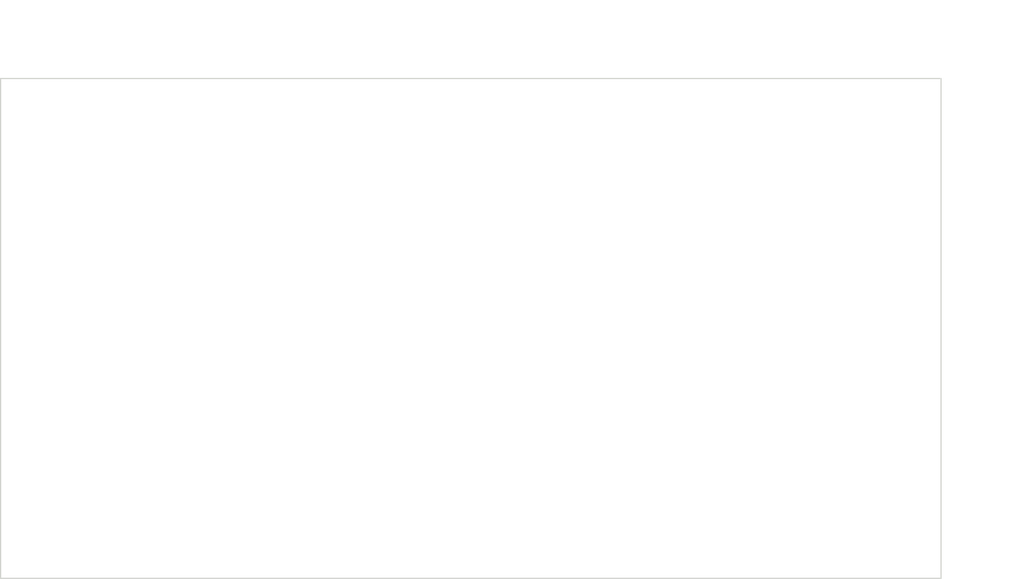
<source format=kicad_pcb>
(kicad_pcb (version 20221018) (generator pcbnew)

  (general
    (thickness 1.6)
  )

  (paper "A4")
  (layers
    (0 "F.Cu" signal)
    (31 "B.Cu" signal)
    (32 "B.Adhes" user "B.Adhesive")
    (33 "F.Adhes" user "F.Adhesive")
    (34 "B.Paste" user)
    (35 "F.Paste" user)
    (36 "B.SilkS" user "B.Silkscreen")
    (37 "F.SilkS" user "F.Silkscreen")
    (38 "B.Mask" user)
    (39 "F.Mask" user)
    (40 "Dwgs.User" user "User.Drawings")
    (41 "Cmts.User" user "User.Comments")
    (42 "Eco1.User" user "User.Eco1")
    (43 "Eco2.User" user "User.Eco2")
    (44 "Edge.Cuts" user)
    (45 "Margin" user)
    (46 "B.CrtYd" user "B.Courtyard")
    (47 "F.CrtYd" user "F.Courtyard")
    (48 "B.Fab" user)
    (49 "F.Fab" user)
  )

  (setup
    (pad_to_mask_clearance 0.051)
    (solder_mask_min_width 0.25)
    (pcbplotparams
      (layerselection 0x00010fc_ffffffff)
      (plot_on_all_layers_selection 0x0000000_00000000)
      (disableapertmacros false)
      (usegerberextensions false)
      (usegerberattributes false)
      (usegerberadvancedattributes false)
      (creategerberjobfile false)
      (dashed_line_dash_ratio 12.000000)
      (dashed_line_gap_ratio 3.000000)
      (svgprecision 4)
      (plotframeref false)
      (viasonmask false)
      (mode 1)
      (useauxorigin false)
      (hpglpennumber 1)
      (hpglpenspeed 20)
      (hpglpendiameter 15.000000)
      (dxfpolygonmode true)
      (dxfimperialunits true)
      (dxfusepcbnewfont true)
      (psnegative false)
      (psa4output false)
      (plotreference true)
      (plotvalue true)
      (plotinvisibletext false)
      (sketchpadsonfab false)
      (subtractmaskfromsilk false)
      (outputformat 1)
      (mirror false)
      (drillshape 1)
      (scaleselection 1)
      (outputdirectory "")
    )
  )

  (net 0 "")

  (gr_line (start 221.522853 137.163733) (end 233.697853 137.163733)
    (stroke (width 0.2) (type solid)) (layer "Dwgs.User") (tstamp 05215af7-3b9a-4374-b276-c08ba9185ebc))
  (gr_line (start 230.522853 135.163733) (end 230.522853 110.971168)
    (stroke (width 0.2) (type solid)) (layer "Dwgs.User") (tstamp 06df44de-bfbb-451c-a991-c3326d3c2970))
  (gr_line (start 218.522853 42.663733) (end 185.727867 42.663733)
    (stroke (width 0.2) (type solid)) (layer "Dwgs.User") (tstamp 3cb4a69a-c133-45ad-b6e4-919d8b490d33))
  (gr_line (start 220.522853 51.663733) (end 220.522853 39.488733)
    (stroke (width 0.2) (type solid)) (layer "Dwgs.User") (tstamp 8c448d7b-111f-405a-a65c-94f93b2586ca))
  (gr_line (start 221.522853 52.663733) (end 233.697853 52.663733)
    (stroke (width 0.2) (type solid)) (layer "Dwgs.User") (tstamp 910807ba-76c1-43e8-847e-1f9bd8f3a0f1))
  (gr_line (start 61.522853 51.663733) (end 61.522853 39.488733)
    (stroke (width 0.2) (type solid)) (layer "Dwgs.User") (tstamp 992240d7-c7bc-4e66-a6fc-3af492335d01))
  (gr_line (start 230.522853 54.663733) (end 230.522853 103.856298)
    (stroke (width 0.2) (type solid)) (layer "Dwgs.User") (tstamp dbe06f23-4357-48df-a0d2-c1cc813c112d))
  (gr_line (start 63.522853 42.663733) (end 176.317839 42.663733)
    (stroke (width 0.2) (type solid)) (layer "Dwgs.User") (tstamp fa3a9437-ff52-4244-9fb2-37fcf7e4cf3c))
  (gr_line (start 220.522853 137.163733) (end 220.522853 52.663733)
    (stroke (width 0.2) (type solid)) (layer "Edge.Cuts") (tstamp 121b6590-e6f2-4348-a58c-6102015327f2))
  (gr_line (start 61.522853 137.163733) (end 220.522853 137.163733)
    (stroke (width 0.2) (type solid)) (layer "Edge.Cuts") (tstamp 65395538-318d-4995-a343-68b08ebc3d59))
  (gr_line (start 61.522853 52.663733) (end 61.522853 137.163733)
    (stroke (width 0.2) (type solid)) (layer "Edge.Cuts") (tstamp daf3f82d-9d31-46cf-a257-169ab0153048))
  (gr_line (start 220.522853 52.663733) (end 61.522853 52.663733)
    (stroke (width 0.2) (type solid)) (layer "Edge.Cuts") (tstamp ef985e8e-9628-465e-8f04-d87c0cc5cad1))
  (gr_text "[3.33]" (at 230.522853 109.303194) (layer "Dwgs.User") (tstamp b0b7fce2-a8fe-4959-8a3d-bfd5f8bf0a9d)
    (effects (font (size 1.7 1.53) (thickness 0.2125)))
  )
  (gr_text " 84.50" (at 230.522853 105.745759) (layer "Dwgs.User") (tstamp b785839a-76e7-4569-a6a4-57f35b7892ef)
    (effects (font (size 1.7 1.53) (thickness 0.2125)))
  )
  (gr_text "[6.26]" (at 181.022853 44.553194) (layer "Dwgs.User") (tstamp de839669-634d-486c-9d35-528ac7d11f1c)
    (effects (font (size 1.7 1.53) (thickness 0.2125)))
  )
  (gr_text " 159.00" (at 181.022853 40.995759) (layer "Dwgs.User") (tstamp eeebee2e-d78e-40bd-ad3c-497345069a83)
    (effects (font (size 1.7 1.53) (thickness 0.2125)))
  )

)

</source>
